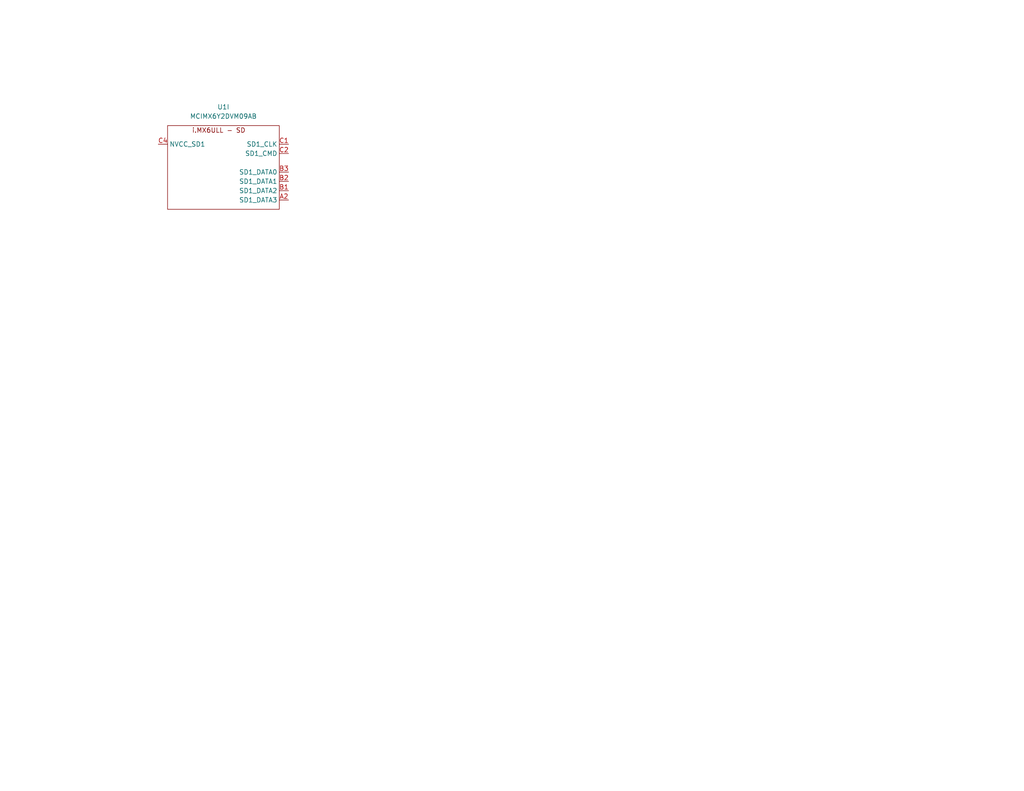
<source format=kicad_sch>
(kicad_sch (version 20211123) (generator eeschema)

  (uuid bd0ebbe9-acbd-4871-b83f-7fc4063dd8ac)

  (paper "USLetter")

  (title_block
    (title "catfood")
    (company "Ian Kilgore")
  )

  (lib_symbols
    (symbol "catfood:MCIMX6YxxVMxxxx" (in_bom yes) (on_board yes)
      (property "Reference" "U" (id 0) (at -19.05 27.94 0)
        (effects (font (size 1.27 1.27)))
      )
      (property "Value" "MCIMX6YxxVMxxxx" (id 1) (at 10.16 27.94 0)
        (effects (font (size 1.27 1.27)))
      )
      (property "Footprint" "" (id 2) (at -10.16 19.05 0)
        (effects (font (size 1.27 1.27)) hide)
      )
      (property "Datasheet" "" (id 3) (at -10.16 19.05 0)
        (effects (font (size 1.27 1.27)) hide)
      )
      (property "ki_locked" "" (id 4) (at 0 0 0)
        (effects (font (size 1.27 1.27)))
      )
      (property "ki_description" "NXP i.MX6ULL, 14x14mm 0.8mm-pitch BGA" (id 5) (at 0 0 0)
        (effects (font (size 1.27 1.27)) hide)
      )
      (symbol "MCIMX6YxxVMxxxx_1_0"
        (text "i.MX6ULL - Power" (at -1.27 25.4 0)
          (effects (font (size 1.27 1.27)))
        )
        (pin passive line (at -17.78 -29.21 0) (length 2.54) hide
          (name "VSS" (effects (font (size 1.27 1.27))))
          (number "A1" (effects (font (size 1.27 1.27))))
        )
        (pin passive line (at -17.78 -29.21 0) (length 2.54) hide
          (name "VSS" (effects (font (size 1.27 1.27))))
          (number "A17" (effects (font (size 1.27 1.27))))
        )
        (pin passive line (at -17.78 -29.21 0) (length 2.54)
          (name "VSS" (effects (font (size 1.27 1.27))))
          (number "C11" (effects (font (size 1.27 1.27))))
        )
        (pin passive line (at -17.78 -29.21 0) (length 2.54) hide
          (name "VSS" (effects (font (size 1.27 1.27))))
          (number "C15" (effects (font (size 1.27 1.27))))
        )
        (pin passive line (at -17.78 -29.21 0) (length 2.54) hide
          (name "VSS" (effects (font (size 1.27 1.27))))
          (number "C3" (effects (font (size 1.27 1.27))))
        )
        (pin passive line (at -17.78 -29.21 0) (length 2.54) hide
          (name "VSS" (effects (font (size 1.27 1.27))))
          (number "C7" (effects (font (size 1.27 1.27))))
        )
        (pin passive line (at -17.78 -29.21 0) (length 2.54) hide
          (name "VSS" (effects (font (size 1.27 1.27))))
          (number "E11" (effects (font (size 1.27 1.27))))
        )
        (pin passive line (at -17.78 -29.21 0) (length 2.54) hide
          (name "VSS" (effects (font (size 1.27 1.27))))
          (number "E8" (effects (font (size 1.27 1.27))))
        )
        (pin passive line (at -17.78 -29.21 0) (length 2.54) hide
          (name "VSS" (effects (font (size 1.27 1.27))))
          (number "F10" (effects (font (size 1.27 1.27))))
        )
        (pin passive line (at -17.78 -29.21 0) (length 2.54) hide
          (name "VSS" (effects (font (size 1.27 1.27))))
          (number "F11" (effects (font (size 1.27 1.27))))
        )
        (pin passive line (at -17.78 -29.21 0) (length 2.54) hide
          (name "VSS" (effects (font (size 1.27 1.27))))
          (number "F12" (effects (font (size 1.27 1.27))))
        )
        (pin passive line (at -17.78 -29.21 0) (length 2.54) hide
          (name "VSS" (effects (font (size 1.27 1.27))))
          (number "F6" (effects (font (size 1.27 1.27))))
        )
        (pin passive line (at -17.78 -29.21 0) (length 2.54) hide
          (name "VSS" (effects (font (size 1.27 1.27))))
          (number "F7" (effects (font (size 1.27 1.27))))
        )
        (pin passive line (at -17.78 -29.21 0) (length 2.54) hide
          (name "VSS" (effects (font (size 1.27 1.27))))
          (number "F8" (effects (font (size 1.27 1.27))))
        )
        (pin passive line (at -17.78 -29.21 0) (length 2.54) hide
          (name "VSS" (effects (font (size 1.27 1.27))))
          (number "F9" (effects (font (size 1.27 1.27))))
        )
        (pin passive line (at 17.78 19.05 180) (length 2.54)
          (name "VDD_ARM_CAP" (effects (font (size 1.27 1.27))))
          (number "G10" (effects (font (size 1.27 1.27))))
        )
        (pin passive line (at 17.78 19.05 180) (length 2.54) hide
          (name "VDD_ARM_CAP" (effects (font (size 1.27 1.27))))
          (number "G11" (effects (font (size 1.27 1.27))))
        )
        (pin passive line (at -17.78 -29.21 0) (length 2.54) hide
          (name "VSS" (effects (font (size 1.27 1.27))))
          (number "G12" (effects (font (size 1.27 1.27))))
        )
        (pin passive line (at -17.78 -29.21 0) (length 2.54) hide
          (name "VSS" (effects (font (size 1.27 1.27))))
          (number "G15" (effects (font (size 1.27 1.27))))
        )
        (pin passive line (at -17.78 -29.21 0) (length 2.54) hide
          (name "VSS" (effects (font (size 1.27 1.27))))
          (number "G3" (effects (font (size 1.27 1.27))))
        )
        (pin passive line (at -17.78 -29.21 0) (length 2.54) hide
          (name "VSS" (effects (font (size 1.27 1.27))))
          (number "G5" (effects (font (size 1.27 1.27))))
        )
        (pin passive line (at -17.78 -29.21 0) (length 2.54) hide
          (name "VSS" (effects (font (size 1.27 1.27))))
          (number "G7" (effects (font (size 1.27 1.27))))
        )
        (pin passive line (at 17.78 7.62 180) (length 2.54)
          (name "VDD_SOC_CAP" (effects (font (size 1.27 1.27))))
          (number "G8" (effects (font (size 1.27 1.27))))
        )
        (pin passive line (at 17.78 19.05 180) (length 2.54) hide
          (name "VDD_ARM_CAP" (effects (font (size 1.27 1.27))))
          (number "G9" (effects (font (size 1.27 1.27))))
        )
        (pin power_in line (at -17.78 19.05 0) (length 2.54)
          (name "VDD_SOC_IN" (effects (font (size 1.27 1.27))))
          (number "H10" (effects (font (size 1.27 1.27))))
        )
        (pin passive line (at 17.78 19.05 180) (length 2.54) hide
          (name "VDD_ARM_CAP" (effects (font (size 1.27 1.27))))
          (number "H11" (effects (font (size 1.27 1.27))))
        )
        (pin passive line (at -17.78 -29.21 0) (length 2.54) hide
          (name "VSS" (effects (font (size 1.27 1.27))))
          (number "H12" (effects (font (size 1.27 1.27))))
        )
        (pin passive line (at -17.78 -29.21 0) (length 2.54) hide
          (name "VSS" (effects (font (size 1.27 1.27))))
          (number "H7" (effects (font (size 1.27 1.27))))
        )
        (pin passive line (at 17.78 7.62 180) (length 2.54) hide
          (name "VDD_SOC_CAP" (effects (font (size 1.27 1.27))))
          (number "H8" (effects (font (size 1.27 1.27))))
        )
        (pin passive line (at -17.78 19.05 0) (length 2.54) hide
          (name "VDD_SOC_IN" (effects (font (size 1.27 1.27))))
          (number "H9" (effects (font (size 1.27 1.27))))
        )
        (pin passive line (at -17.78 19.05 0) (length 2.54) hide
          (name "VDD_SOC_IN" (effects (font (size 1.27 1.27))))
          (number "J10" (effects (font (size 1.27 1.27))))
        )
        (pin passive line (at 17.78 7.62 180) (length 2.54) hide
          (name "VDD_SOC_CAP" (effects (font (size 1.27 1.27))))
          (number "J11" (effects (font (size 1.27 1.27))))
        )
        (pin passive line (at -17.78 -29.21 0) (length 2.54) hide
          (name "VSS" (effects (font (size 1.27 1.27))))
          (number "J12" (effects (font (size 1.27 1.27))))
        )
        (pin passive line (at -17.78 -29.21 0) (length 2.54) hide
          (name "VSS" (effects (font (size 1.27 1.27))))
          (number "J5" (effects (font (size 1.27 1.27))))
        )
        (pin passive line (at -17.78 -29.21 0) (length 2.54) hide
          (name "VSS" (effects (font (size 1.27 1.27))))
          (number "J7" (effects (font (size 1.27 1.27))))
        )
        (pin passive line (at 17.78 7.62 180) (length 2.54) hide
          (name "VDD_SOC_CAP" (effects (font (size 1.27 1.27))))
          (number "J8" (effects (font (size 1.27 1.27))))
        )
        (pin passive line (at -17.78 19.05 0) (length 2.54) hide
          (name "VDD_SOC_IN" (effects (font (size 1.27 1.27))))
          (number "J9" (effects (font (size 1.27 1.27))))
        )
        (pin passive line (at -17.78 19.05 0) (length 2.54) hide
          (name "VDD_SOC_IN" (effects (font (size 1.27 1.27))))
          (number "K10" (effects (font (size 1.27 1.27))))
        )
        (pin passive line (at 17.78 7.62 180) (length 2.54) hide
          (name "VDD_SOC_CAP" (effects (font (size 1.27 1.27))))
          (number "K11" (effects (font (size 1.27 1.27))))
        )
        (pin passive line (at -17.78 -29.21 0) (length 2.54) hide
          (name "VSS" (effects (font (size 1.27 1.27))))
          (number "K12" (effects (font (size 1.27 1.27))))
        )
        (pin passive line (at -17.78 -29.21 0) (length 2.54) hide
          (name "VSS" (effects (font (size 1.27 1.27))))
          (number "K7" (effects (font (size 1.27 1.27))))
        )
        (pin passive line (at 17.78 7.62 180) (length 2.54) hide
          (name "VDD_SOC_CAP" (effects (font (size 1.27 1.27))))
          (number "K8" (effects (font (size 1.27 1.27))))
        )
        (pin passive line (at -17.78 19.05 0) (length 2.54) hide
          (name "VDD_SOC_IN" (effects (font (size 1.27 1.27))))
          (number "K9" (effects (font (size 1.27 1.27))))
        )
        (pin passive line (at 17.78 7.62 180) (length 2.54) hide
          (name "VDD_SOC_CAP" (effects (font (size 1.27 1.27))))
          (number "L10" (effects (font (size 1.27 1.27))))
        )
        (pin passive line (at 17.78 7.62 180) (length 2.54) hide
          (name "VDD_SOC_CAP" (effects (font (size 1.27 1.27))))
          (number "L11" (effects (font (size 1.27 1.27))))
        )
        (pin passive line (at -17.78 -29.21 0) (length 2.54) hide
          (name "VSS" (effects (font (size 1.27 1.27))))
          (number "L12" (effects (font (size 1.27 1.27))))
        )
        (pin passive line (at -17.78 -29.21 0) (length 2.54) hide
          (name "VSS" (effects (font (size 1.27 1.27))))
          (number "L3" (effects (font (size 1.27 1.27))))
        )
        (pin passive line (at -17.78 -29.21 0) (length 2.54) hide
          (name "VSS" (effects (font (size 1.27 1.27))))
          (number "L7" (effects (font (size 1.27 1.27))))
        )
        (pin passive line (at 17.78 7.62 180) (length 2.54) hide
          (name "VDD_SOC_CAP" (effects (font (size 1.27 1.27))))
          (number "L8" (effects (font (size 1.27 1.27))))
        )
        (pin passive line (at 17.78 7.62 180) (length 2.54) hide
          (name "VDD_SOC_CAP" (effects (font (size 1.27 1.27))))
          (number "L9" (effects (font (size 1.27 1.27))))
        )
        (pin passive line (at -17.78 -29.21 0) (length 2.54) hide
          (name "VSS" (effects (font (size 1.27 1.27))))
          (number "M10" (effects (font (size 1.27 1.27))))
        )
        (pin passive line (at -17.78 -29.21 0) (length 2.54) hide
          (name "VSS" (effects (font (size 1.27 1.27))))
          (number "M11" (effects (font (size 1.27 1.27))))
        )
        (pin power_in line (at -17.78 -26.67 0) (length 2.54)
          (name "NGND_KEL0" (effects (font (size 1.27 1.27))))
          (number "M12" (effects (font (size 1.27 1.27))))
        )
        (pin passive line (at -17.78 -29.21 0) (length 2.54) hide
          (name "VSS" (effects (font (size 1.27 1.27))))
          (number "M7" (effects (font (size 1.27 1.27))))
        )
        (pin passive line (at -17.78 -29.21 0) (length 2.54) hide
          (name "VSS" (effects (font (size 1.27 1.27))))
          (number "M8" (effects (font (size 1.27 1.27))))
        )
        (pin passive line (at -17.78 -29.21 0) (length 2.54) hide
          (name "VSS" (effects (font (size 1.27 1.27))))
          (number "M9" (effects (font (size 1.27 1.27))))
        )
        (pin power_in line (at -17.78 1.27 0) (length 2.54)
          (name "VDD_HIGH_IN" (effects (font (size 1.27 1.27))))
          (number "N13" (effects (font (size 1.27 1.27))))
        )
        (pin passive line (at -17.78 -29.21 0) (length 2.54) hide
          (name "VSS" (effects (font (size 1.27 1.27))))
          (number "N3" (effects (font (size 1.27 1.27))))
        )
        (pin passive line (at -17.78 -29.21 0) (length 2.54) hide
          (name "VSS" (effects (font (size 1.27 1.27))))
          (number "N5" (effects (font (size 1.27 1.27))))
        )
        (pin power_in line (at -17.78 -13.97 0) (length 2.54)
          (name "VDD_SNVS_IN" (effects (font (size 1.27 1.27))))
          (number "P12" (effects (font (size 1.27 1.27))))
        )
        (pin passive line (at -17.78 -29.21 0) (length 2.54) hide
          (name "VSS" (effects (font (size 1.27 1.27))))
          (number "R11" (effects (font (size 1.27 1.27))))
        )
        (pin passive line (at 17.78 -3.81 180) (length 2.54)
          (name "VDD_HIGH_CAP" (effects (font (size 1.27 1.27))))
          (number "R14" (effects (font (size 1.27 1.27))))
        )
        (pin passive line (at 17.78 -3.81 180) (length 2.54) hide
          (name "VDD_HIGH_CAP" (effects (font (size 1.27 1.27))))
          (number "R15" (effects (font (size 1.27 1.27))))
        )
        (pin passive line (at -17.78 -29.21 0) (length 2.54) hide
          (name "VSS" (effects (font (size 1.27 1.27))))
          (number "R16" (effects (font (size 1.27 1.27))))
        )
        (pin passive line (at -17.78 -29.21 0) (length 2.54) hide
          (name "VSS" (effects (font (size 1.27 1.27))))
          (number "R17" (effects (font (size 1.27 1.27))))
        )
        (pin passive line (at -17.78 -29.21 0) (length 2.54) hide
          (name "VSS" (effects (font (size 1.27 1.27))))
          (number "R3" (effects (font (size 1.27 1.27))))
        )
        (pin passive line (at -17.78 -29.21 0) (length 2.54) hide
          (name "VSS" (effects (font (size 1.27 1.27))))
          (number "R5" (effects (font (size 1.27 1.27))))
        )
        (pin passive line (at -17.78 -29.21 0) (length 2.54) hide
          (name "VSS" (effects (font (size 1.27 1.27))))
          (number "R7" (effects (font (size 1.27 1.27))))
        )
        (pin passive line (at -17.78 -29.21 0) (length 2.54) hide
          (name "VSS" (effects (font (size 1.27 1.27))))
          (number "T14" (effects (font (size 1.27 1.27))))
        )
        (pin passive line (at -17.78 -29.21 0) (length 2.54) hide
          (name "VSS" (effects (font (size 1.27 1.27))))
          (number "U1" (effects (font (size 1.27 1.27))))
        )
        (pin passive line (at -17.78 -29.21 0) (length 2.54) hide
          (name "VSS" (effects (font (size 1.27 1.27))))
          (number "U14" (effects (font (size 1.27 1.27))))
        )
        (pin passive line (at -17.78 -29.21 0) (length 2.54) hide
          (name "VSS" (effects (font (size 1.27 1.27))))
          (number "U17" (effects (font (size 1.27 1.27))))
        )
      )
      (symbol "MCIMX6YxxVMxxxx_1_1"
        (rectangle (start -15.24 26.67) (end 15.24 -31.75)
          (stroke (width 0) (type default) (color 0 0 0 0))
          (fill (type none))
        )
      )
      (symbol "MCIMX6YxxVMxxxx_2_0"
        (rectangle (start -20.32 25.4) (end 15.24 -60.96)
          (stroke (width 0) (type default) (color 0 0 0 0))
          (fill (type none))
        )
        (text "i.MX6ULL - Control" (at -3.81 24.13 0)
          (effects (font (size 1.27 1.27)))
        )
        (pin output line (at 17.78 -55.88 180) (length 2.54)
          (name "UART5_TX_DATA" (effects (font (size 1.27 1.27))))
          (number "F17" (effects (font (size 1.27 1.27))))
        )
        (pin input line (at 17.78 -58.42 180) (length 2.54)
          (name "UART5_RX_DATA" (effects (font (size 1.27 1.27))))
          (number "G13" (effects (font (size 1.27 1.27))))
        )
        (pin input line (at 17.78 -40.64 180) (length 2.54)
          (name "~{UART3_RTS}" (effects (font (size 1.27 1.27))))
          (number "G14" (effects (font (size 1.27 1.27))))
        )
        (pin input line (at 17.78 -50.8 180) (length 2.54)
          (name "UART4_RX_DATA" (effects (font (size 1.27 1.27))))
          (number "G16" (effects (font (size 1.27 1.27))))
        )
        (pin output line (at 17.78 -48.26 180) (length 2.54)
          (name "UART4_TX_DATA" (effects (font (size 1.27 1.27))))
          (number "G17" (effects (font (size 1.27 1.27))))
        )
        (pin passive line (at 17.78 -5.08 180) (length 2.54)
          (name "NVCC_UART" (effects (font (size 1.27 1.27))))
          (number "H13" (effects (font (size 1.27 1.27))))
        )
        (pin input line (at 17.78 -27.94 180) (length 2.54)
          (name "~{UART2_RTS}" (effects (font (size 1.27 1.27))))
          (number "H14" (effects (font (size 1.27 1.27))))
        )
        (pin output line (at 17.78 -43.18 180) (length 2.54)
          (name "~{UART3_CTS}" (effects (font (size 1.27 1.27))))
          (number "H15" (effects (font (size 1.27 1.27))))
        )
        (pin input line (at 17.78 -38.1 180) (length 2.54)
          (name "UART3_RX_DATA" (effects (font (size 1.27 1.27))))
          (number "H16" (effects (font (size 1.27 1.27))))
        )
        (pin output line (at 17.78 -35.56 180) (length 2.54)
          (name "UART3_TX_DATA" (effects (font (size 1.27 1.27))))
          (number "H17" (effects (font (size 1.27 1.27))))
        )
        (pin input line (at 17.78 -15.24 180) (length 2.54)
          (name "~{UART1_RTS}" (effects (font (size 1.27 1.27))))
          (number "J14" (effects (font (size 1.27 1.27))))
        )
        (pin output line (at 17.78 -30.48 180) (length 2.54)
          (name "~{UART2_CTS}" (effects (font (size 1.27 1.27))))
          (number "J15" (effects (font (size 1.27 1.27))))
        )
        (pin input line (at 17.78 -25.4 180) (length 2.54)
          (name "UART2_RX_DATA" (effects (font (size 1.27 1.27))))
          (number "J16" (effects (font (size 1.27 1.27))))
        )
        (pin output line (at 17.78 -22.86 180) (length 2.54)
          (name "UART2_TX_DATA" (effects (font (size 1.27 1.27))))
          (number "J17" (effects (font (size 1.27 1.27))))
        )
        (pin output line (at 17.78 -10.16 180) (length 2.54)
          (name "UART1_TX_DATA" (effects (font (size 1.27 1.27))))
          (number "K14" (effects (font (size 1.27 1.27))))
        )
        (pin output line (at 17.78 -17.78 180) (length 2.54)
          (name "~{UART1_CTS}" (effects (font (size 1.27 1.27))))
          (number "K15" (effects (font (size 1.27 1.27))))
        )
        (pin input line (at 17.78 -12.7 180) (length 2.54)
          (name "UART1_RX_DATA" (effects (font (size 1.27 1.27))))
          (number "K16" (effects (font (size 1.27 1.27))))
        )
        (pin passive line (at 17.78 22.86 180) (length 2.54)
          (name "JTAG_TCK" (effects (font (size 1.27 1.27))))
          (number "M14" (effects (font (size 1.27 1.27))))
        )
        (pin passive line (at -22.86 -15.24 0) (length 2.54)
          (name "SNVS_TAMPER7" (effects (font (size 1.27 1.27))))
          (number "N10" (effects (font (size 1.27 1.27))))
        )
        (pin passive line (at -22.86 -12.7 0) (length 2.54)
          (name "SNVS_TAMPER6" (effects (font (size 1.27 1.27))))
          (number "N11" (effects (font (size 1.27 1.27))))
        )
        (pin passive line (at 17.78 12.7 180) (length 2.54)
          (name "~{JTAG_TRST}" (effects (font (size 1.27 1.27))))
          (number "N14" (effects (font (size 1.27 1.27))))
        )
        (pin passive line (at 17.78 15.24 180) (length 2.54)
          (name "JTAG_TDO" (effects (font (size 1.27 1.27))))
          (number "N15" (effects (font (size 1.27 1.27))))
        )
        (pin passive line (at 17.78 17.78 180) (length 2.54)
          (name "JTAG_TDI" (effects (font (size 1.27 1.27))))
          (number "N16" (effects (font (size 1.27 1.27))))
        )
        (pin passive line (at -22.86 7.62 0) (length 2.54)
          (name "TEST_MODE" (effects (font (size 1.27 1.27))))
          (number "N7" (effects (font (size 1.27 1.27))))
        )
        (pin passive line (at -22.86 -10.16 0) (length 2.54)
          (name "SNVS_TAMPER5" (effects (font (size 1.27 1.27))))
          (number "N8" (effects (font (size 1.27 1.27))))
        )
        (pin passive line (at -22.86 -17.78 0) (length 2.54)
          (name "SNVS_TAMPER8" (effects (font (size 1.27 1.27))))
          (number "N9" (effects (font (size 1.27 1.27))))
        )
        (pin passive line (at -22.86 -5.08 0) (length 2.54)
          (name "SNVS_TAMPER3" (effects (font (size 1.27 1.27))))
          (number "P10" (effects (font (size 1.27 1.27))))
        )
        (pin passive line (at -22.86 -2.54 0) (length 2.54)
          (name "SNVS_TAMPER2" (effects (font (size 1.27 1.27))))
          (number "P11" (effects (font (size 1.27 1.27))))
        )
        (pin passive line (at 17.78 20.32 180) (length 2.54)
          (name "JTAG_TMS" (effects (font (size 1.27 1.27))))
          (number "P14" (effects (font (size 1.27 1.27))))
        )
        (pin passive line (at 17.78 10.16 180) (length 2.54)
          (name "JTAG_MOD" (effects (font (size 1.27 1.27))))
          (number "P15" (effects (font (size 1.27 1.27))))
        )
        (pin passive line (at 17.78 3.81 180) (length 2.54)
          (name "CCM_CLK1_N" (effects (font (size 1.27 1.27))))
          (number "P16" (effects (font (size 1.27 1.27))))
        )
        (pin passive line (at 17.78 1.27 180) (length 2.54)
          (name "CCM_CLK1_P" (effects (font (size 1.27 1.27))))
          (number "P17" (effects (font (size 1.27 1.27))))
        )
        (pin input line (at -22.86 20.32 0) (length 2.54)
          (name "~{POR}" (effects (font (size 1.27 1.27))))
          (number "P8" (effects (font (size 1.27 1.27))))
        )
        (pin passive line (at -22.86 -7.62 0) (length 2.54)
          (name "SNVS_TAMPER4" (effects (font (size 1.27 1.27))))
          (number "P9" (effects (font (size 1.27 1.27))))
        )
        (pin passive line (at -22.86 2.54 0) (length 2.54)
          (name "SNVS_TAMPER0" (effects (font (size 1.27 1.27))))
          (number "R10" (effects (font (size 1.27 1.27))))
        )
        (pin passive line (at -22.86 -54.61 0) (length 2.54)
          (name "GPANAIO" (effects (font (size 1.27 1.27))))
          (number "R13" (effects (font (size 1.27 1.27))))
        )
        (pin passive line (at -22.86 -20.32 0) (length 2.54)
          (name "SNVS_TAMPER9" (effects (font (size 1.27 1.27))))
          (number "R6" (effects (font (size 1.27 1.27))))
        )
        (pin input line (at -22.86 22.86 0) (length 2.54)
          (name "ONOFF" (effects (font (size 1.27 1.27))))
          (number "R8" (effects (font (size 1.27 1.27))))
        )
        (pin passive line (at -22.86 0 0) (length 2.54)
          (name "SNVS_TAMPER1" (effects (font (size 1.27 1.27))))
          (number "R9" (effects (font (size 1.27 1.27))))
        )
        (pin passive line (at -22.86 12.7 0) (length 2.54)
          (name "BOOT_MODE0" (effects (font (size 1.27 1.27))))
          (number "T10" (effects (font (size 1.27 1.27))))
        )
        (pin passive line (at -22.86 -44.45 0) (length 2.54)
          (name "RTC_XTALI" (effects (font (size 1.27 1.27))))
          (number "T11" (effects (font (size 1.27 1.27))))
        )
        (pin passive line (at -22.86 -36.83 0) (length 2.54)
          (name "XTALI" (effects (font (size 1.27 1.27))))
          (number "T16" (effects (font (size 1.27 1.27))))
        )
        (pin passive line (at -22.86 -39.37 0) (length 2.54)
          (name "XTALO" (effects (font (size 1.27 1.27))))
          (number "T17" (effects (font (size 1.27 1.27))))
        )
        (pin passive line (at -22.86 -29.21 0) (length 2.54)
          (name "SNVS_PMIC_ON_REQ" (effects (font (size 1.27 1.27))))
          (number "T9" (effects (font (size 1.27 1.27))))
        )
        (pin passive line (at -22.86 10.16 0) (length 2.54)
          (name "BOOT_MODE1" (effects (font (size 1.27 1.27))))
          (number "U10" (effects (font (size 1.27 1.27))))
        )
        (pin passive line (at -22.86 -46.99 0) (length 2.54)
          (name "RTC_XTALO" (effects (font (size 1.27 1.27))))
          (number "U11" (effects (font (size 1.27 1.27))))
        )
        (pin passive line (at -22.86 -26.67 0) (length 2.54)
          (name "CCM_PMIC_STBY_REQ" (effects (font (size 1.27 1.27))))
          (number "U9" (effects (font (size 1.27 1.27))))
        )
      )
      (symbol "MCIMX6YxxVMxxxx_3_0"
        (text "i.MX6ULL - DDR" (at -1.27 25.4 0)
          (effects (font (size 1.27 1.27)))
        )
        (pin passive line (at 17.78 -36.83 180) (length 2.54)
          (name "DRAM_ODT1" (effects (font (size 1.27 1.27))))
          (number "F1" (effects (font (size 1.27 1.27))))
        )
        (pin output line (at -17.78 -13.97 0) (length 2.54)
          (name "DRAM_ADDR14" (effects (font (size 1.27 1.27))))
          (number "G1" (effects (font (size 1.27 1.27))))
        )
        (pin output line (at -17.78 6.35 0) (length 2.54)
          (name "DRAM_ADDR06" (effects (font (size 1.27 1.27))))
          (number "G2" (effects (font (size 1.27 1.27))))
        )
        (pin output line (at -17.78 -52.07 0) (length 2.54)
          (name "DRAM_RESET" (effects (font (size 1.27 1.27))))
          (number "G4" (effects (font (size 1.27 1.27))))
        )
        (pin power_in line (at 17.78 -50.8 180) (length 2.54)
          (name "NVCC_DRAM" (effects (font (size 1.27 1.27))))
          (number "G6" (effects (font (size 1.27 1.27))))
        )
        (pin output line (at -17.78 -22.86 0) (length 2.54)
          (name "DRAM_SDBA1" (effects (font (size 1.27 1.27))))
          (number "H1" (effects (font (size 1.27 1.27))))
        )
        (pin output line (at -17.78 19.05 0) (length 2.54)
          (name "DRAM_ADDR01" (effects (font (size 1.27 1.27))))
          (number "H2" (effects (font (size 1.27 1.27))))
        )
        (pin output line (at -17.78 -11.43 0) (length 2.54)
          (name "DRAM_ADDR13" (effects (font (size 1.27 1.27))))
          (number "H3" (effects (font (size 1.27 1.27))))
        )
        (pin output line (at -17.78 3.81 0) (length 2.54)
          (name "DRAM_ADDR07" (effects (font (size 1.27 1.27))))
          (number "H4" (effects (font (size 1.27 1.27))))
        )
        (pin output line (at -17.78 -33.02 0) (length 2.54)
          (name "~{DRAM_CS1}" (effects (font (size 1.27 1.27))))
          (number "H5" (effects (font (size 1.27 1.27))))
        )
        (pin passive line (at 17.78 -50.8 180) (length 2.54) hide
          (name "NVCC_DRAM" (effects (font (size 1.27 1.27))))
          (number "H6" (effects (font (size 1.27 1.27))))
        )
        (pin output line (at -17.78 -41.91 0) (length 2.54)
          (name "~{DRAM_SDWE}" (effects (font (size 1.27 1.27))))
          (number "J1" (effects (font (size 1.27 1.27))))
        )
        (pin output line (at -17.78 -39.37 0) (length 2.54)
          (name "~{DRAM_CAS}" (effects (font (size 1.27 1.27))))
          (number "J2" (effects (font (size 1.27 1.27))))
        )
        (pin passive line (at 17.78 -43.18 180) (length 2.54)
          (name "DRAM_SDCKE1" (effects (font (size 1.27 1.27))))
          (number "J3" (effects (font (size 1.27 1.27))))
        )
        (pin output line (at -17.78 1.27 0) (length 2.54)
          (name "DRAM_ADDR08" (effects (font (size 1.27 1.27))))
          (number "J4" (effects (font (size 1.27 1.27))))
        )
        (pin passive line (at 17.78 -50.8 180) (length 2.54) hide
          (name "NVCC_DRAM" (effects (font (size 1.27 1.27))))
          (number "J6" (effects (font (size 1.27 1.27))))
        )
        (pin output line (at -17.78 16.51 0) (length 2.54)
          (name "DRAM_ADDR02" (effects (font (size 1.27 1.27))))
          (number "K1" (effects (font (size 1.27 1.27))))
        )
        (pin output line (at -17.78 -25.4 0) (length 2.54)
          (name "DRAM_SDBA2" (effects (font (size 1.27 1.27))))
          (number "K2" (effects (font (size 1.27 1.27))))
        )
        (pin output line (at -17.78 -6.35 0) (length 2.54)
          (name "DRAM_ADDR11" (effects (font (size 1.27 1.27))))
          (number "K3" (effects (font (size 1.27 1.27))))
        )
        (pin output line (at -17.78 11.43 0) (length 2.54)
          (name "DRAM_ADDR04" (effects (font (size 1.27 1.27))))
          (number "K4" (effects (font (size 1.27 1.27))))
        )
        (pin output line (at -17.78 -16.51 0) (length 2.54)
          (name "DRAM_ADDR15" (effects (font (size 1.27 1.27))))
          (number "K5" (effects (font (size 1.27 1.27))))
        )
        (pin passive line (at 17.78 -50.8 180) (length 2.54) hide
          (name "NVCC_DRAM" (effects (font (size 1.27 1.27))))
          (number "K6" (effects (font (size 1.27 1.27))))
        )
        (pin output line (at -17.78 8.89 0) (length 2.54)
          (name "DRAM_ADDR05" (effects (font (size 1.27 1.27))))
          (number "L1" (effects (font (size 1.27 1.27))))
        )
        (pin output line (at -17.78 -1.27 0) (length 2.54)
          (name "DRAM_ADDR09" (effects (font (size 1.27 1.27))))
          (number "L2" (effects (font (size 1.27 1.27))))
        )
        (pin output line (at -17.78 -8.89 0) (length 2.54)
          (name "DRAM_ADDR12" (effects (font (size 1.27 1.27))))
          (number "L4" (effects (font (size 1.27 1.27))))
        )
        (pin output line (at -17.78 21.59 0) (length 2.54)
          (name "DRAM_ADDR00" (effects (font (size 1.27 1.27))))
          (number "L5" (effects (font (size 1.27 1.27))))
        )
        (pin passive line (at 17.78 -50.8 180) (length 2.54) hide
          (name "NVCC_DRAM" (effects (font (size 1.27 1.27))))
          (number "L6" (effects (font (size 1.27 1.27))))
        )
        (pin output line (at -17.78 -20.32 0) (length 2.54)
          (name "DRAM_SDBA0" (effects (font (size 1.27 1.27))))
          (number "M1" (effects (font (size 1.27 1.27))))
        )
        (pin output line (at -17.78 13.97 0) (length 2.54)
          (name "DRAM_ADDR03" (effects (font (size 1.27 1.27))))
          (number "M2" (effects (font (size 1.27 1.27))))
        )
        (pin passive line (at 17.78 -45.72 180) (length 2.54)
          (name "DRAM_SDCKE0" (effects (font (size 1.27 1.27))))
          (number "M3" (effects (font (size 1.27 1.27))))
        )
        (pin output line (at -17.78 -3.81 0) (length 2.54)
          (name "DRAM_ADDR10" (effects (font (size 1.27 1.27))))
          (number "M4" (effects (font (size 1.27 1.27))))
        )
        (pin output line (at -17.78 -36.83 0) (length 2.54)
          (name "~{DRAM_RAS}" (effects (font (size 1.27 1.27))))
          (number "M5" (effects (font (size 1.27 1.27))))
        )
        (pin passive line (at 17.78 -50.8 180) (length 2.54) hide
          (name "NVCC_DRAM" (effects (font (size 1.27 1.27))))
          (number "M6" (effects (font (size 1.27 1.27))))
        )
        (pin passive line (at 17.78 -39.37 180) (length 2.54)
          (name "DRAM_ODT0" (effects (font (size 1.27 1.27))))
          (number "N1" (effects (font (size 1.27 1.27))))
        )
        (pin output line (at -17.78 -30.48 0) (length 2.54)
          (name "~{DRAM_CS0}" (effects (font (size 1.27 1.27))))
          (number "N2" (effects (font (size 1.27 1.27))))
        )
        (pin output line (at -17.78 -54.61 0) (length 2.54)
          (name "DRAM_ZQPAD" (effects (font (size 1.27 1.27))))
          (number "N4" (effects (font (size 1.27 1.27))))
        )
        (pin power_in line (at -17.78 -59.69 0) (length 2.54)
          (name "NVCC_DRAM_2P5" (effects (font (size 1.27 1.27))))
          (number "N6" (effects (font (size 1.27 1.27))))
        )
        (pin output line (at -17.78 -45.72 0) (length 2.54)
          (name "DRAM_SDCLK0_P" (effects (font (size 1.27 1.27))))
          (number "P1" (effects (font (size 1.27 1.27))))
        )
        (pin output line (at -17.78 -48.26 0) (length 2.54)
          (name "DRAM_SDCLK0_N" (effects (font (size 1.27 1.27))))
          (number "P2" (effects (font (size 1.27 1.27))))
        )
        (pin bidirectional line (at 17.78 -20.32 180) (length 2.54)
          (name "DRAM_DATA13" (effects (font (size 1.27 1.27))))
          (number "P3" (effects (font (size 1.27 1.27))))
        )
        (pin passive line (at -17.78 -62.23 0) (length 2.54)
          (name "DRAM_VREF" (effects (font (size 1.27 1.27))))
          (number "P4" (effects (font (size 1.27 1.27))))
        )
        (pin bidirectional line (at 17.78 -17.78 180) (length 2.54)
          (name "DRAM_DATA12" (effects (font (size 1.27 1.27))))
          (number "P5" (effects (font (size 1.27 1.27))))
        )
        (pin bidirectional line (at 17.78 1.27 180) (length 2.54)
          (name "DRAM_SDQS0_P" (effects (font (size 1.27 1.27))))
          (number "P6" (effects (font (size 1.27 1.27))))
        )
        (pin bidirectional line (at 17.78 -1.27 180) (length 2.54)
          (name "DRAM_SDQS0_N" (effects (font (size 1.27 1.27))))
          (number "P7" (effects (font (size 1.27 1.27))))
        )
        (pin bidirectional line (at 17.78 -25.4 180) (length 2.54)
          (name "DRAM_DATA15" (effects (font (size 1.27 1.27))))
          (number "R1" (effects (font (size 1.27 1.27))))
        )
        (pin bidirectional line (at 17.78 -22.86 180) (length 2.54)
          (name "DRAM_DATA14" (effects (font (size 1.27 1.27))))
          (number "R2" (effects (font (size 1.27 1.27))))
        )
        (pin bidirectional line (at 17.78 -15.24 180) (length 2.54)
          (name "DRAM_DATA11" (effects (font (size 1.27 1.27))))
          (number "R4" (effects (font (size 1.27 1.27))))
        )
        (pin bidirectional line (at 17.78 -27.94 180) (length 2.54)
          (name "DRAM_SDQS1_P" (effects (font (size 1.27 1.27))))
          (number "T1" (effects (font (size 1.27 1.27))))
        )
        (pin bidirectional line (at 17.78 -30.48 180) (length 2.54)
          (name "DRAM_SDQS1_N" (effects (font (size 1.27 1.27))))
          (number "T2" (effects (font (size 1.27 1.27))))
        )
        (pin bidirectional line (at 17.78 -33.02 180) (length 2.54)
          (name "DRAM_DQM1" (effects (font (size 1.27 1.27))))
          (number "T3" (effects (font (size 1.27 1.27))))
        )
        (pin bidirectional line (at 17.78 21.59 180) (length 2.54)
          (name "DRAM_DATA00" (effects (font (size 1.27 1.27))))
          (number "T4" (effects (font (size 1.27 1.27))))
        )
        (pin bidirectional line (at 17.78 6.35 180) (length 2.54)
          (name "DRAM_DATA06" (effects (font (size 1.27 1.27))))
          (number "T5" (effects (font (size 1.27 1.27))))
        )
        (pin bidirectional line (at 17.78 16.51 180) (length 2.54)
          (name "DRAM_DATA02" (effects (font (size 1.27 1.27))))
          (number "T6" (effects (font (size 1.27 1.27))))
        )
        (pin bidirectional line (at 17.78 -3.81 180) (length 2.54)
          (name "DRAM_DQM0" (effects (font (size 1.27 1.27))))
          (number "T7" (effects (font (size 1.27 1.27))))
        )
        (pin bidirectional line (at 17.78 8.89 180) (length 2.54)
          (name "DRAM_DATA05" (effects (font (size 1.27 1.27))))
          (number "T8" (effects (font (size 1.27 1.27))))
        )
        (pin bidirectional line (at 17.78 -7.62 180) (length 2.54)
          (name "DRAM_DATA08" (effects (font (size 1.27 1.27))))
          (number "U2" (effects (font (size 1.27 1.27))))
        )
        (pin bidirectional line (at 17.78 -10.16 180) (length 2.54)
          (name "DRAM_DATA09" (effects (font (size 1.27 1.27))))
          (number "U3" (effects (font (size 1.27 1.27))))
        )
        (pin bidirectional line (at 17.78 3.81 180) (length 2.54)
          (name "DRAM_DATA07" (effects (font (size 1.27 1.27))))
          (number "U4" (effects (font (size 1.27 1.27))))
        )
        (pin bidirectional line (at 17.78 -12.7 180) (length 2.54)
          (name "DRAM_DATA10" (effects (font (size 1.27 1.27))))
          (number "U5" (effects (font (size 1.27 1.27))))
        )
        (pin bidirectional line (at 17.78 19.05 180) (length 2.54)
          (name "DRAM_DATA01" (effects (font (size 1.27 1.27))))
          (number "U6" (effects (font (size 1.27 1.27))))
        )
        (pin bidirectional line (at 17.78 13.97 180) (length 2.54)
          (name "DRAM_DATA03" (effects (font (size 1.27 1.27))))
          (number "U7" (effects (font (size 1.27 1.27))))
        )
        (pin bidirectional line (at 17.78 11.43 180) (length 2.54)
          (name "DRAM_DATA04" (effects (font (size 1.27 1.27))))
          (number "U8" (effects (font (size 1.27 1.27))))
        )
      )
      (symbol "MCIMX6YxxVMxxxx_3_1"
        (rectangle (start -15.24 26.67) (end 15.24 -64.77)
          (stroke (width 0) (type default) (color 0 0 0 0))
          (fill (type none))
        )
      )
      (symbol "MCIMX6YxxVMxxxx_4_0"
        (text "i.MX6ULL - LCD" (at -1.27 25.4 0)
          (effects (font (size 1.27 1.27)))
        )
        (pin output line (at 17.78 6.35 180) (length 2.54)
          (name "LCD_DATA06" (effects (font (size 1.27 1.27))))
          (number "A10" (effects (font (size 1.27 1.27))))
        )
        (pin output line (at 17.78 -1.27 180) (length 2.54)
          (name "LCD_DATA09" (effects (font (size 1.27 1.27))))
          (number "A11" (effects (font (size 1.27 1.27))))
        )
        (pin output line (at 17.78 -13.97 180) (length 2.54)
          (name "LCD_DATA14" (effects (font (size 1.27 1.27))))
          (number "A12" (effects (font (size 1.27 1.27))))
        )
        (pin output line (at 17.78 -24.13 180) (length 2.54)
          (name "LCD_DATA18" (effects (font (size 1.27 1.27))))
          (number "A13" (effects (font (size 1.27 1.27))))
        )
        (pin output line (at 17.78 -34.29 180) (length 2.54)
          (name "LCD_DATA22" (effects (font (size 1.27 1.27))))
          (number "A14" (effects (font (size 1.27 1.27))))
        )
        (pin output line (at -17.78 15.24 0) (length 2.54)
          (name "LCD_CLK" (effects (font (size 1.27 1.27))))
          (number "A8" (effects (font (size 1.27 1.27))))
        )
        (pin output line (at 17.78 19.05 180) (length 2.54)
          (name "LCD_DATA01" (effects (font (size 1.27 1.27))))
          (number "A9" (effects (font (size 1.27 1.27))))
        )
        (pin output line (at 17.78 8.89 180) (length 2.54)
          (name "LCD_DATA05" (effects (font (size 1.27 1.27))))
          (number "B10" (effects (font (size 1.27 1.27))))
        )
        (pin output line (at 17.78 1.27 180) (length 2.54)
          (name "LCD_DATA08" (effects (font (size 1.27 1.27))))
          (number "B11" (effects (font (size 1.27 1.27))))
        )
        (pin output line (at 17.78 -11.43 180) (length 2.54)
          (name "LCD_DATA13" (effects (font (size 1.27 1.27))))
          (number "B12" (effects (font (size 1.27 1.27))))
        )
        (pin output line (at 17.78 -21.59 180) (length 2.54)
          (name "LCD_DATA17" (effects (font (size 1.27 1.27))))
          (number "B13" (effects (font (size 1.27 1.27))))
        )
        (pin output line (at 17.78 -31.75 180) (length 2.54)
          (name "LCD_DATA21" (effects (font (size 1.27 1.27))))
          (number "B14" (effects (font (size 1.27 1.27))))
        )
        (pin output line (at 17.78 -36.83 180) (length 2.54)
          (name "LCD_DATA23" (effects (font (size 1.27 1.27))))
          (number "B16" (effects (font (size 1.27 1.27))))
        )
        (pin output line (at -17.78 12.7 0) (length 2.54)
          (name "LCD_ENABLE" (effects (font (size 1.27 1.27))))
          (number "B8" (effects (font (size 1.27 1.27))))
        )
        (pin output line (at 17.78 21.59 180) (length 2.54)
          (name "LCD_DATA00" (effects (font (size 1.27 1.27))))
          (number "B9" (effects (font (size 1.27 1.27))))
        )
        (pin output line (at 17.78 11.43 180) (length 2.54)
          (name "LCD_DATA04" (effects (font (size 1.27 1.27))))
          (number "C10" (effects (font (size 1.27 1.27))))
        )
        (pin output line (at 17.78 -8.89 180) (length 2.54)
          (name "LCD_DATA12" (effects (font (size 1.27 1.27))))
          (number "C12" (effects (font (size 1.27 1.27))))
        )
        (pin output line (at 17.78 -19.05 180) (length 2.54)
          (name "LCD_DATA16" (effects (font (size 1.27 1.27))))
          (number "C13" (effects (font (size 1.27 1.27))))
        )
        (pin output line (at 17.78 -29.21 180) (length 2.54)
          (name "LCD_DATA20" (effects (font (size 1.27 1.27))))
          (number "C14" (effects (font (size 1.27 1.27))))
        )
        (pin output line (at -17.78 7.62 0) (length 2.54)
          (name "LCD_VSYNC" (effects (font (size 1.27 1.27))))
          (number "C9" (effects (font (size 1.27 1.27))))
        )
        (pin output line (at 17.78 13.97 180) (length 2.54)
          (name "LCD_DATA03" (effects (font (size 1.27 1.27))))
          (number "D10" (effects (font (size 1.27 1.27))))
        )
        (pin output line (at 17.78 3.81 180) (length 2.54)
          (name "LCD_DATA07" (effects (font (size 1.27 1.27))))
          (number "D11" (effects (font (size 1.27 1.27))))
        )
        (pin output line (at 17.78 -6.35 180) (length 2.54)
          (name "LCD_DATA11" (effects (font (size 1.27 1.27))))
          (number "D12" (effects (font (size 1.27 1.27))))
        )
        (pin output line (at 17.78 -16.51 180) (length 2.54)
          (name "LCD_DATA15" (effects (font (size 1.27 1.27))))
          (number "D13" (effects (font (size 1.27 1.27))))
        )
        (pin output line (at 17.78 -26.67 180) (length 2.54)
          (name "LCD_DATA19" (effects (font (size 1.27 1.27))))
          (number "D14" (effects (font (size 1.27 1.27))))
        )
        (pin output line (at -17.78 10.16 0) (length 2.54)
          (name "LCD_HSYNC" (effects (font (size 1.27 1.27))))
          (number "D9" (effects (font (size 1.27 1.27))))
        )
        (pin output line (at 17.78 16.51 180) (length 2.54)
          (name "LCD_DATA02" (effects (font (size 1.27 1.27))))
          (number "E10" (effects (font (size 1.27 1.27))))
        )
        (pin output line (at 17.78 -3.81 180) (length 2.54)
          (name "LCD_DATA10" (effects (font (size 1.27 1.27))))
          (number "E12" (effects (font (size 1.27 1.27))))
        )
        (pin power_in line (at -17.78 21.59 0) (length 2.54)
          (name "NVCC_LCD" (effects (font (size 1.27 1.27))))
          (number "E13" (effects (font (size 1.27 1.27))))
        )
        (pin output line (at -17.78 5.08 0) (length 2.54)
          (name "LCD_RESET" (effects (font (size 1.27 1.27))))
          (number "E9" (effects (font (size 1.27 1.27))))
        )
      )
      (symbol "MCIMX6YxxVMxxxx_4_1"
        (rectangle (start -15.24 26.67) (end 15.24 -39.37)
          (stroke (width 0) (type default) (color 0 0 0 0))
          (fill (type none))
        )
      )
      (symbol "MCIMX6YxxVMxxxx_5_0"
        (text "i.MX6ULL - CSI" (at -1.27 25.4 0)
          (effects (font (size 1.27 1.27)))
        )
        (pin bidirectional line (at 17.78 -8.89 180) (length 2.54)
          (name "CSI_DATA07" (effects (font (size 1.27 1.27))))
          (number "D1" (effects (font (size 1.27 1.27))))
        )
        (pin bidirectional line (at 17.78 -6.35 180) (length 2.54)
          (name "CSI_DATA06" (effects (font (size 1.27 1.27))))
          (number "D2" (effects (font (size 1.27 1.27))))
        )
        (pin bidirectional line (at 17.78 -3.81 180) (length 2.54)
          (name "CSI_DATA05" (effects (font (size 1.27 1.27))))
          (number "D3" (effects (font (size 1.27 1.27))))
        )
        (pin bidirectional line (at 17.78 -1.27 180) (length 2.54)
          (name "CSI_DATA04" (effects (font (size 1.27 1.27))))
          (number "D4" (effects (font (size 1.27 1.27))))
        )
        (pin bidirectional line (at 17.78 1.27 180) (length 2.54)
          (name "CSI_DATA03" (effects (font (size 1.27 1.27))))
          (number "E1" (effects (font (size 1.27 1.27))))
        )
        (pin bidirectional line (at 17.78 3.81 180) (length 2.54)
          (name "CSI_DATA02" (effects (font (size 1.27 1.27))))
          (number "E2" (effects (font (size 1.27 1.27))))
        )
        (pin bidirectional line (at 17.78 6.35 180) (length 2.54)
          (name "CSI_DATA01" (effects (font (size 1.27 1.27))))
          (number "E3" (effects (font (size 1.27 1.27))))
        )
        (pin bidirectional line (at 17.78 8.89 180) (length 2.54)
          (name "CSI_DATA00" (effects (font (size 1.27 1.27))))
          (number "E4" (effects (font (size 1.27 1.27))))
        )
        (pin bidirectional line (at 17.78 19.05 180) (length 2.54)
          (name "CSI_PIXCLK" (effects (font (size 1.27 1.27))))
          (number "E5" (effects (font (size 1.27 1.27))))
        )
        (pin bidirectional line (at 17.78 15.24 180) (length 2.54)
          (name "CSI_VSYNC" (effects (font (size 1.27 1.27))))
          (number "F2" (effects (font (size 1.27 1.27))))
        )
        (pin bidirectional line (at 17.78 12.7 180) (length 2.54)
          (name "CSI_HSYNC" (effects (font (size 1.27 1.27))))
          (number "F3" (effects (font (size 1.27 1.27))))
        )
        (pin power_in line (at -17.78 21.59 0) (length 2.54)
          (name "NVCC_CSI" (effects (font (size 1.27 1.27))))
          (number "F4" (effects (font (size 1.27 1.27))))
        )
        (pin bidirectional line (at 17.78 21.59 180) (length 2.54)
          (name "CSI_MCLK" (effects (font (size 1.27 1.27))))
          (number "F5" (effects (font (size 1.27 1.27))))
        )
      )
      (symbol "MCIMX6YxxVMxxxx_5_1"
        (rectangle (start -15.24 26.67) (end 15.24 -11.43)
          (stroke (width 0) (type default) (color 0 0 0 0))
          (fill (type none))
        )
      )
      (symbol "MCIMX6YxxVMxxxx_6_0"
        (text "i.MX6ULL - USB" (at -1.27 25.4 0)
          (effects (font (size 1.27 1.27)))
        )
        (pin passive line (at 20.32 7.62 180) (length 2.54)
          (name "VDD_USB_CAP" (effects (font (size 1.27 1.27))))
          (number "R12" (effects (font (size 1.27 1.27))))
        )
        (pin power_in line (at -17.78 19.05 0) (length 2.54)
          (name "USB_OTG1_VBUS" (effects (font (size 1.27 1.27))))
          (number "T12" (effects (font (size 1.27 1.27))))
        )
        (pin bidirectional line (at 20.32 1.27 180) (length 2.54)
          (name "USB_OTG2_DN" (effects (font (size 1.27 1.27))))
          (number "T13" (effects (font (size 1.27 1.27))))
        )
        (pin bidirectional line (at 20.32 19.05 180) (length 2.54)
          (name "USB_OTG1_DN" (effects (font (size 1.27 1.27))))
          (number "T15" (effects (font (size 1.27 1.27))))
        )
        (pin power_in line (at -17.78 1.27 0) (length 2.54)
          (name "USB2_OTG2_VBUS" (effects (font (size 1.27 1.27))))
          (number "U12" (effects (font (size 1.27 1.27))))
        )
        (pin bidirectional line (at 20.32 -1.27 180) (length 2.54)
          (name "USB_OTG2_DP" (effects (font (size 1.27 1.27))))
          (number "U13" (effects (font (size 1.27 1.27))))
        )
        (pin bidirectional line (at 20.32 16.51 180) (length 2.54)
          (name "USB_OTG1_DP" (effects (font (size 1.27 1.27))))
          (number "U15" (effects (font (size 1.27 1.27))))
        )
        (pin bidirectional line (at 20.32 13.97 180) (length 2.54)
          (name "~{USB_OTG1_CHD}" (effects (font (size 1.27 1.27))))
          (number "U16" (effects (font (size 1.27 1.27))))
        )
      )
      (symbol "MCIMX6YxxVMxxxx_6_1"
        (rectangle (start -15.24 26.67) (end 17.78 -3.81)
          (stroke (width 0) (type default) (color 0 0 0 0))
          (fill (type none))
        )
      )
      (symbol "MCIMX6YxxVMxxxx_7_0"
        (text "i.MX6ULL - ADC" (at -1.27 25.4 0)
          (effects (font (size 1.27 1.27)))
        )
        (pin power_in line (at -17.78 21.59 0) (length 2.54)
          (name "VDDA_ADC_3P3" (effects (font (size 1.27 1.27))))
          (number "L13" (effects (font (size 1.27 1.27))))
        )
        (pin power_in line (at -17.78 19.05 0) (length 2.54)
          (name "ADC_VREFH" (effects (font (size 1.27 1.27))))
          (number "M13" (effects (font (size 1.27 1.27))))
        )
      )
      (symbol "MCIMX6YxxVMxxxx_7_1"
        (rectangle (start -15.24 26.67) (end 10.16 15.24)
          (stroke (width 0) (type default) (color 0 0 0 0))
          (fill (type none))
        )
      )
      (symbol "MCIMX6YxxVMxxxx_8_0"
        (text "i.MX6ULL - Ethernet" (at -1.27 25.4 0)
          (effects (font (size 1.27 1.27)))
        )
        (pin bidirectional line (at 17.78 -5.08 180) (length 2.54)
          (name "ENET2_TX_DATA0" (effects (font (size 1.27 1.27))))
          (number "A15" (effects (font (size 1.27 1.27))))
        )
        (pin bidirectional line (at 17.78 -7.62 180) (length 2.54)
          (name "ENET2_TX_DATA1" (effects (font (size 1.27 1.27))))
          (number "A16" (effects (font (size 1.27 1.27))))
        )
        (pin bidirectional line (at 17.78 -10.16 180) (length 2.54)
          (name "ENET2_TX_EN" (effects (font (size 1.27 1.27))))
          (number "B15" (effects (font (size 1.27 1.27))))
        )
        (pin bidirectional line (at 17.78 -22.86 180) (length 2.54)
          (name "ENET2_RX_EN" (effects (font (size 1.27 1.27))))
          (number "B17" (effects (font (size 1.27 1.27))))
        )
        (pin bidirectional line (at 17.78 -17.78 180) (length 2.54)
          (name "ENET2_RX_DATA1" (effects (font (size 1.27 1.27))))
          (number "C16" (effects (font (size 1.27 1.27))))
        )
        (pin bidirectional line (at 17.78 -15.24 180) (length 2.54)
          (name "ENET2_RX_DATA0" (effects (font (size 1.27 1.27))))
          (number "C17" (effects (font (size 1.27 1.27))))
        )
        (pin bidirectional line (at 17.78 6.35 180) (length 2.54)
          (name "ENET1_RX_ER" (effects (font (size 1.27 1.27))))
          (number "D15" (effects (font (size 1.27 1.27))))
        )
        (pin bidirectional line (at 17.78 -20.32 180) (length 2.54)
          (name "ENET2_RX_ER" (effects (font (size 1.27 1.27))))
          (number "D16" (effects (font (size 1.27 1.27))))
        )
        (pin bidirectional line (at 17.78 -12.7 180) (length 2.54)
          (name "ENET2_TX_CLK" (effects (font (size 1.27 1.27))))
          (number "D17" (effects (font (size 1.27 1.27))))
        )
        (pin bidirectional line (at 17.78 19.05 180) (length 2.54)
          (name "ENET1_TX_DATA1" (effects (font (size 1.27 1.27))))
          (number "E14" (effects (font (size 1.27 1.27))))
        )
        (pin bidirectional line (at 17.78 21.59 180) (length 2.54)
          (name "ENET1_TX_DATA0" (effects (font (size 1.27 1.27))))
          (number "E15" (effects (font (size 1.27 1.27))))
        )
        (pin bidirectional line (at 17.78 3.81 180) (length 2.54)
          (name "ENET1_RX_EN" (effects (font (size 1.27 1.27))))
          (number "E16" (effects (font (size 1.27 1.27))))
        )
        (pin bidirectional line (at 17.78 8.89 180) (length 2.54)
          (name "ENET1_RX_DATA1" (effects (font (size 1.27 1.27))))
          (number "E17" (effects (font (size 1.27 1.27))))
        )
        (pin power_in line (at -17.78 21.59 0) (length 2.54)
          (name "NVCC_ENET" (effects (font (size 1.27 1.27))))
          (number "F13" (effects (font (size 1.27 1.27))))
        )
        (pin bidirectional line (at 17.78 13.97 180) (length 2.54)
          (name "ENET1_TX_CLK" (effects (font (size 1.27 1.27))))
          (number "F14" (effects (font (size 1.27 1.27))))
        )
        (pin bidirectional line (at 17.78 16.51 180) (length 2.54)
          (name "ENET1_TX_EN" (effects (font (size 1.27 1.27))))
          (number "F15" (effects (font (size 1.27 1.27))))
        )
        (pin bidirectional line (at 17.78 11.43 180) (length 2.54)
          (name "ENET1_RX_DATA0" (effects (font (size 1.27 1.27))))
          (number "F16" (effects (font (size 1.27 1.27))))
        )
      )
      (symbol "MCIMX6YxxVMxxxx_8_1"
        (rectangle (start -15.24 26.67) (end 15.24 -25.4)
          (stroke (width 0) (type default) (color 0 0 0 0))
          (fill (type none))
        )
      )
      (symbol "MCIMX6YxxVMxxxx_9_0"
        (text "i.MX6ULL - SD" (at -1.27 25.4 0)
          (effects (font (size 1.27 1.27)))
        )
        (pin bidirectional line (at 17.78 6.35 180) (length 2.54)
          (name "SD1_DATA3" (effects (font (size 1.27 1.27))))
          (number "A2" (effects (font (size 1.27 1.27))))
        )
        (pin bidirectional line (at 17.78 8.89 180) (length 2.54)
          (name "SD1_DATA2" (effects (font (size 1.27 1.27))))
          (number "B1" (effects (font (size 1.27 1.27))))
        )
        (pin bidirectional line (at 17.78 11.43 180) (length 2.54)
          (name "SD1_DATA1" (effects (font (size 1.27 1.27))))
          (number "B2" (effects (font (size 1.27 1.27))))
        )
        (pin bidirectional line (at 17.78 13.97 180) (length 2.54)
          (name "SD1_DATA0" (effects (font (size 1.27 1.27))))
          (number "B3" (effects (font (size 1.27 1.27))))
        )
        (pin bidirectional line (at 17.78 21.59 180) (length 2.54)
          (name "SD1_CLK" (effects (font (size 1.27 1.27))))
          (number "C1" (effects (font (size 1.27 1.27))))
        )
        (pin bidirectional line (at 17.78 19.05 180) (length 2.54)
          (name "SD1_CMD" (effects (font (size 1.27 1.27))))
          (number "C2" (effects (font (size 1.27 1.27))))
        )
        (pin power_in line (at -17.78 21.59 0) (length 2.54)
          (name "NVCC_SD1" (effects (font (size 1.27 1.27))))
          (number "C4" (effects (font (size 1.27 1.27))))
        )
      )
      (symbol "MCIMX6YxxVMxxxx_9_1"
        (rectangle (start -15.24 26.67) (end 15.24 3.81)
          (stroke (width 0) (type default) (color 0 0 0 0))
          (fill (type none))
        )
      )
      (symbol "MCIMX6YxxVMxxxx_10_0"
        (text "i.MX6ULL - NAND" (at -1.27 25.4 0)
          (effects (font (size 1.27 1.27)))
        )
        (pin bidirectional line (at 17.78 1.27 180) (length 2.54)
          (name "~{NAND_READY}" (effects (font (size 1.27 1.27))))
          (number "A3" (effects (font (size 1.27 1.27))))
        )
        (pin bidirectional line (at 17.78 11.43 180) (length 2.54)
          (name "NAND_CLE" (effects (font (size 1.27 1.27))))
          (number "A4" (effects (font (size 1.27 1.27))))
        )
        (pin bidirectional line (at 17.78 -24.13 180) (length 2.54)
          (name "NAND_DATA07" (effects (font (size 1.27 1.27))))
          (number "A5" (effects (font (size 1.27 1.27))))
        )
        (pin bidirectional line (at 17.78 -21.59 180) (length 2.54)
          (name "NAND_DATA06" (effects (font (size 1.27 1.27))))
          (number "A6" (effects (font (size 1.27 1.27))))
        )
        (pin bidirectional line (at 17.78 -11.43 180) (length 2.54)
          (name "NAND_DATA02" (effects (font (size 1.27 1.27))))
          (number "A7" (effects (font (size 1.27 1.27))))
        )
        (pin bidirectional line (at 17.78 13.97 180) (length 2.54)
          (name "NAND_ALE" (effects (font (size 1.27 1.27))))
          (number "B4" (effects (font (size 1.27 1.27))))
        )
        (pin output line (at 17.78 19.05 180) (length 2.54)
          (name "~{NAND_CE1}" (effects (font (size 1.27 1.27))))
          (number "B5" (effects (font (size 1.27 1.27))))
        )
        (pin bidirectional line (at 17.78 -19.05 180) (length 2.54)
          (name "NAND_DATA05" (effects (font (size 1.27 1.27))))
          (number "B6" (effects (font (size 1.27 1.27))))
        )
        (pin bidirectional line (at 17.78 -8.89 180) (length 2.54)
          (name "NAND_DATA01" (effects (font (size 1.27 1.27))))
          (number "B7" (effects (font (size 1.27 1.27))))
        )
        (pin output line (at 17.78 21.59 180) (length 2.54)
          (name "~{NAND_CE0}" (effects (font (size 1.27 1.27))))
          (number "C5" (effects (font (size 1.27 1.27))))
        )
        (pin bidirectional line (at 17.78 -16.51 180) (length 2.54)
          (name "NAND_DATA04" (effects (font (size 1.27 1.27))))
          (number "C6" (effects (font (size 1.27 1.27))))
        )
        (pin bidirectional line (at 17.78 6.35 180) (length 2.54)
          (name "~{NAND_WE}" (effects (font (size 1.27 1.27))))
          (number "C8" (effects (font (size 1.27 1.27))))
        )
        (pin bidirectional line (at 17.78 3.81 180) (length 2.54)
          (name "~{NAND_WP}" (effects (font (size 1.27 1.27))))
          (number "D5" (effects (font (size 1.27 1.27))))
        )
        (pin bidirectional line (at 17.78 -13.97 180) (length 2.54)
          (name "NAND_DATA03" (effects (font (size 1.27 1.27))))
          (number "D6" (effects (font (size 1.27 1.27))))
        )
        (pin bidirectional line (at 17.78 -6.35 180) (length 2.54)
          (name "NAND_DATA00" (effects (font (size 1.27 1.27))))
          (number "D7" (effects (font (size 1.27 1.27))))
        )
        (pin bidirectional line (at 17.78 8.89 180) (length 2.54)
          (name "~{NAND_RE}" (effects (font (size 1.27 1.27))))
          (number "D8" (effects (font (size 1.27 1.27))))
        )
        (pin bidirectional line (at 17.78 -1.27 180) (length 2.54)
          (name "NAND_DQS" (effects (font (size 1.27 1.27))))
          (number "E6" (effects (font (size 1.27 1.27))))
        )
        (pin power_in line (at -17.78 21.59 0) (length 2.54)
          (name "NVCC_NAND" (effects (font (size 1.27 1.27))))
          (number "E7" (effects (font (size 1.27 1.27))))
        )
      )
      (symbol "MCIMX6YxxVMxxxx_10_1"
        (rectangle (start -15.24 26.67) (end 15.24 -26.67)
          (stroke (width 0) (type default) (color 0 0 0 0))
          (fill (type none))
        )
      )
      (symbol "MCIMX6YxxVMxxxx_11_0"
        (text "i.MX6ULL - GPIO" (at -1.27 25.4 0)
          (effects (font (size 1.27 1.27)))
        )
        (pin power_in line (at -17.78 21.59 0) (length 2.54)
          (name "NVCC_GPIO" (effects (font (size 1.27 1.27))))
          (number "J13" (effects (font (size 1.27 1.27))))
        )
        (pin bidirectional line (at 17.78 21.59 180) (length 2.54)
          (name "GPIO1_IO00" (effects (font (size 1.27 1.27))))
          (number "K13" (effects (font (size 1.27 1.27))))
        )
        (pin bidirectional line (at 17.78 6.35 180) (length 2.54)
          (name "GPIO1_IO06" (effects (font (size 1.27 1.27))))
          (number "K17" (effects (font (size 1.27 1.27))))
        )
        (pin bidirectional line (at 17.78 16.51 180) (length 2.54)
          (name "GPIO1_IO02" (effects (font (size 1.27 1.27))))
          (number "L14" (effects (font (size 1.27 1.27))))
        )
        (pin bidirectional line (at 17.78 19.05 180) (length 2.54)
          (name "GPIO1_IO01" (effects (font (size 1.27 1.27))))
          (number "L15" (effects (font (size 1.27 1.27))))
        )
        (pin bidirectional line (at 17.78 3.81 180) (length 2.54)
          (name "GPOI1_IO07" (effects (font (size 1.27 1.27))))
          (number "L16" (effects (font (size 1.27 1.27))))
        )
        (pin bidirectional line (at 17.78 13.97 180) (length 2.54)
          (name "GPIO1_IO03" (effects (font (size 1.27 1.27))))
          (number "L17" (effects (font (size 1.27 1.27))))
        )
        (pin bidirectional line (at 17.78 -1.27 180) (length 2.54)
          (name "GPIO1_IO09" (effects (font (size 1.27 1.27))))
          (number "M15" (effects (font (size 1.27 1.27))))
        )
        (pin bidirectional line (at 17.78 11.43 180) (length 2.54)
          (name "GPIO1_IO04" (effects (font (size 1.27 1.27))))
          (number "M16" (effects (font (size 1.27 1.27))))
        )
        (pin bidirectional line (at 17.78 8.89 180) (length 2.54)
          (name "GPIO1_IO05" (effects (font (size 1.27 1.27))))
          (number "M17" (effects (font (size 1.27 1.27))))
        )
        (pin bidirectional line (at 17.78 1.27 180) (length 2.54)
          (name "GPIO1_IO08" (effects (font (size 1.27 1.27))))
          (number "N17" (effects (font (size 1.27 1.27))))
        )
      )
      (symbol "MCIMX6YxxVMxxxx_11_1"
        (rectangle (start -15.24 26.67) (end 15.24 -3.81)
          (stroke (width 0) (type default) (color 0 0 0 0))
          (fill (type none))
        )
      )
    )
  )


  (symbol (lib_id "catfood:MCIMX6YxxVMxxxx") (at 60.96 60.96 0) (unit 9)
    (in_bom yes) (on_board yes) (fields_autoplaced)
    (uuid 3c03845e-6e0c-41be-9bcf-762be44e9517)
    (property "Reference" "U1" (id 0) (at 60.96 29.21 0))
    (property "Value" "MCIMX6Y2DVM09AB" (id 1) (at 60.96 31.75 0))
    (property "Footprint" "" (id 2) (at 50.8 41.91 0)
      (effects (font (size 1.27 1.27)) hide)
    )
    (property "Datasheet" "" (id 3) (at 50.8 41.91 0)
      (effects (font (size 1.27 1.27)) hide)
    )
    (property "Manufacturer" "NXP" (id 4) (at 60.96 39.37 0)
      (effects (font (size 1.27 1.27)) hide)
    )
    (property "MfgPartNo" "MCIMX6Y2DVM09AB" (id 5) (at 60.96 41.91 0)
      (effects (font (size 1.27 1.27)) hide)
    )
    (property "Vendor" "Digi-Key" (id 6) (at 60.96 44.45 0)
      (effects (font (size 1.27 1.27)) hide)
    )
    (property "VendorPartNo" "568-14995-ND" (id 7) (at 60.96 46.99 0)
      (effects (font (size 1.27 1.27)) hide)
    )
    (pin "A1" (uuid 728fef4a-7fae-4a76-8c3e-b4c7ad4c4100))
    (pin "A17" (uuid 95f7c1d9-b739-424b-b0ed-974ac985647f))
    (pin "C11" (uuid ca93efc8-b89a-4e69-b927-863b94de54e3))
    (pin "C15" (uuid b334ed77-5e23-45de-b45d-0461957dd424))
    (pin "C3" (uuid b6f68240-c1f6-4349-a605-017f7dc7552f))
    (pin "C7" (uuid bccc59d7-b13a-492b-b966-fea05c036b1b))
    (pin "E11" (uuid a47fb3a6-575f-47bd-ae3d-c07654625a8f))
    (pin "E8" (uuid a701e725-1a7f-412f-957e-950c52820c6b))
    (pin "F10" (uuid cb594bc5-65d4-4f6a-b3b3-e1ad6054736d))
    (pin "F11" (uuid 563736a3-65fa-4f7b-b64f-d29fd090876e))
    (pin "F12" (uuid 838be6fb-62ab-4914-8c43-ca5dcb9861e4))
    (pin "F6" (uuid d82894c8-9792-4785-ad36-507256f656e1))
    (pin "F7" (uuid 9ae3ad16-709f-482a-a1db-e74dbe300231))
    (pin "F8" (uuid 89bb0bc0-600f-48b0-b744-3a7211fbcc88))
    (pin "F9" (uuid 1ba8e235-b83b-4343-8659-10bdba0c2fee))
    (pin "G10" (uuid 4ce4d838-41a7-4c96-a729-b107c123c2d6))
    (pin "G11" (uuid 57153fd6-ae73-4d42-b56d-b0bcc2be1b8d))
    (pin "G12" (uuid c3f49a42-168d-4810-a7c1-740d26eb264a))
    (pin "G15" (uuid 4f1a2761-93a7-45c9-860f-c579a013659a))
    (pin "G3" (uuid 09e3b742-bbaa-4f32-a604-edde6fe0cb43))
    (pin "G5" (uuid a696284a-708f-4ae5-8e26-fa23582d955e))
    (pin "G7" (uuid 3ff7d20d-cfa1-4315-9394-1b46e5867e82))
    (pin "G8" (uuid ffb7ba46-ab1b-4ad8-9c7e-404da332fa80))
    (pin "G9" (uuid d25b85e6-ce56-4c44-b522-959ade2d8d77))
    (pin "H10" (uuid 72ee42b9-84fa-4248-9607-e13c0a5bf92b))
    (pin "H11" (uuid c05a4a62-93b2-4ea8-8cb3-8e3ec35b0e04))
    (pin "H12" (uuid 4c70d908-52b9-4efd-9e2c-0c6894714226))
    (pin "H7" (uuid b8f36691-d3b7-4500-916d-fdb1f3843849))
    (pin "H8" (uuid 418afdb1-4dc0-489e-b30e-f34702ea304b))
    (pin "H9" (uuid d0b74a96-2d4d-4f4d-9953-d8e06ed8eb38))
    (pin "J10" (uuid 6d95a15b-18ad-4fb2-b0c7-f308017d96c9))
    (pin "J11" (uuid 71a457bf-32f6-4853-bd4f-72f05e9e22b0))
    (pin "J12" (uuid 2cb24cee-7fec-40e1-b372-8ee2670191ca))
    (pin "J5" (uuid 36f5059a-29a5-4169-9ede-352ad50d6fcb))
    (pin "J7" (uuid 25d38bdf-9c68-441d-a0c5-8bdef86aab33))
    (pin "J8" (uuid 85bee129-9cd6-4a78-89d6-becb62dcfe74))
    (pin "J9" (uuid 0412f3d3-ccea-4a07-af00-709e6ebb15c6))
    (pin "K10" (uuid 537bd7ed-6088-4a07-96b2-1a8c350786b7))
    (pin "K11" (uuid db16ad9e-55d0-4024-8187-d741beefedb3))
    (pin "K12" (uuid 82223d36-2c7e-4f2f-8dd2-dc418cabf9d6))
    (pin "K7" (uuid 6674206e-f063-4c4b-911c-b5f1e31bab97))
    (pin "K8" (uuid b0bd001e-4d35-4712-8ad6-cad92be46f43))
    (pin "K9" (uuid 115c4da6-a833-4620-a3fd-6cdd6858f7a9))
    (pin "L10" (uuid 99e291ee-c4ab-4d1f-ac60-9b4c17c26dcc))
    (pin "L11" (uuid 55119b12-2207-40d6-9df4-c80a81b0e01c))
    (pin "L12" (uuid 69841ee7-5f96-47fc-aec6-6a9cf898f2e9))
    (pin "L3" (uuid 408439f7-1c19-4801-b084-3276a6863e48))
    (pin "L7" (uuid 8ff6c154-1f37-4064-a7d8-3dd76829dfa3))
    (pin "L8" (uuid 59aeb035-f558-47d0-8543-9bf0f904f793))
    (pin "L9" (uuid ebfa3f13-0aec-4e17-ab55-fcf13a5d0a13))
    (pin "M10" (uuid efe7e2e4-2b10-4ce6-879c-31824fb29c1d))
    (pin "M11" (uuid a1d1170a-2d0d-43e2-a310-cd165b770d2a))
    (pin "M12" (uuid dd7d1f19-059d-47f0-8911-1f6b723e98f4))
    (pin "M7" (uuid a04f8f86-f1d3-4a77-a663-3e91be16faaa))
    (pin "M8" (uuid 6bc03fb2-9c44-4bb8-9083-7d738950b930))
    (pin "M9" (uuid 38c04b28-3723-4ad6-85d9-ca5e174742e8))
    (pin "N13" (uuid fc29efd8-cb29-45c3-904a-37066b4428b3))
    (pin "N3" (uuid 99c3b4c8-610a-4120-bf29-d0f05880814b))
    (pin "N5" (uuid 5830a312-367b-43a1-a707-cb356a383a7c))
    (pin "P12" (uuid fd83f5a1-1763-4f4c-8f57-7b2ded188806))
    (pin "R11" (uuid 110293a2-8c4b-446c-abba-71d226553a99))
    (pin "R14" (uuid 5feb0e0a-e90f-4097-9b1b-88217b213ac4))
    (pin "R15" (uuid 90aab6c6-8a9e-4a56-8422-cf0866168f87))
    (pin "R16" (uuid a125537d-924d-46b9-9107-275d2dfba333))
    (pin "R17" (uuid 6163f720-d146-4bd4-8ed2-342b40b33009))
    (pin "R3" (uuid 198c7e87-28d4-47ca-b017-ecdaf409724b))
    (pin "R5" (uuid 9a95c53c-709b-499b-8ca3-5775c7ca9056))
    (pin "R7" (uuid 04d95c5f-03c0-4a3a-8bb9-24f561cb3e16))
    (pin "T14" (uuid e7803590-e0fd-4e4a-ad97-0dd8e78d3c4f))
    (pin "U1" (uuid ea339085-1b71-494f-9ebe-4ca9d9b70628))
    (pin "U14" (uuid 72e29cbf-db88-4ad7-b11f-ab8911f02661))
    (pin "U17" (uuid 8b336d8b-0414-4d44-b5cf-5761ef1d59da))
    (pin "F17" (uuid b80cba76-7be1-4f4c-8937-00d3f30ddbe0))
    (pin "G13" (uuid 1fccb5b7-8504-4eb7-b3d5-7aec0102eec7))
    (pin "G14" (uuid 993c4ee1-dc41-45f5-8f80-a9858fa1eb9c))
    (pin "G16" (uuid 74ba78d2-59b3-49d0-81b2-0ecc2200fc57))
    (pin "G17" (uuid 6445296c-f3e4-48b5-822d-b2247506d10e))
    (pin "H13" (uuid 38ccb3f6-b08b-42dd-b09d-4af73dcf7b2e))
    (pin "H14" (uuid 804f855b-c42f-4d54-b6f6-68899c43084d))
    (pin "H15" (uuid a9d80fd2-7e84-4b07-bbc7-76bc27673e6d))
    (pin "H16" (uuid d89fcee1-8447-458f-bbf8-529840397492))
    (pin "H17" (uuid 586d6dcb-60bd-4677-8c45-e2a29182e812))
    (pin "J14" (uuid 4a3a99cf-75c2-4308-9bdb-2fadad368a78))
    (pin "J15" (uuid dcc5316a-d9a3-4ed8-b500-983a69fbf3cd))
    (pin "J16" (uuid ba57319f-9c73-4000-a1f6-b44399979923))
    (pin "J17" (uuid f0cc891c-4278-4095-8b5d-ca8d990b0fdb))
    (pin "K14" (uuid 962d63a9-52c8-49f5-827c-aca25b6e10de))
    (pin "K15" (uuid c21d395b-26f2-4195-bcb9-28560d0f5f05))
    (pin "K16" (uuid 8cff7837-c5b8-444d-8efc-7715d0e9cc53))
    (pin "M14" (uuid 9310e9a6-f0de-48bf-a39d-2d9b8b012eca))
    (pin "N10" (uuid f0cf8ab9-761a-4a4d-b7ce-d37981a8ac36))
    (pin "N11" (uuid 6097ba36-3576-46cb-a55d-c29598857cd0))
    (pin "N14" (uuid 0654a83a-3750-40ba-9888-4afc179c6ec4))
    (pin "N15" (uuid ee18df9b-ead6-4f65-930f-3754f3fb1766))
    (pin "N16" (uuid d07da3c3-3bd4-4c4b-ae4e-7b37dad7c509))
    (pin "N7" (uuid 897137b4-ec1a-49eb-8890-980b2688d890))
    (pin "N8" (uuid b2ede45d-5d3d-450b-9d5b-c7f6d80a1a96))
    (pin "N9" (uuid fc4ed72a-186a-4190-9a30-0cb1d63b276f))
    (pin "P10" (uuid 9b36e64c-b2ca-472e-9e3c-cff8f7cf79d9))
    (pin "P11" (uuid 59cf6282-d7f1-4e51-9ec5-bb1668af8938))
    (pin "P14" (uuid 53730638-fc56-4386-88a7-da88bbad8af4))
    (pin "P15" (uuid f3614829-6295-4d80-8460-27d4c3bffaf8))
    (pin "P16" (uuid 36d7c252-b7a7-4e3c-9510-86561ea8c0bf))
    (pin "P17" (uuid edb90a40-d091-46bd-a201-b01e40d62938))
    (pin "P8" (uuid 72e5f151-31c0-4742-b724-e9c69180e930))
    (pin "P9" (uuid 371ddd47-0067-461e-9926-df3bb38ad825))
    (pin "R10" (uuid f278cfbb-6999-4225-8685-d0c351dc10e2))
    (pin "R13" (uuid 4481a292-3335-48f6-9732-28c90802f769))
    (pin "R6" (uuid 840b6b3e-0712-4870-b4b2-f85ee5d7a999))
    (pin "R8" (uuid 6acdc0c9-5ed6-48ce-a067-770ab130c069))
    (pin "R9" (uuid 75bb405f-50a3-4438-9439-306920296f93))
    (pin "T10" (uuid c2393988-58c9-41bd-96da-2f00f1b52472))
    (pin "T11" (uuid 698da8b1-7c68-4b69-a5e6-e63aa7c530d3))
    (pin "T16" (uuid 22bc042c-c899-4a54-8299-1afb3dea0201))
    (pin "T17" (uuid 0266f3e4-5791-424f-ba34-500d67b5f256))
    (pin "T9" (uuid 280be97b-f041-4079-8b38-1ce9be053dbc))
    (pin "U10" (uuid 055a84d9-b779-4d64-869d-a882a4154b5b))
    (pin "U11" (uuid fb230a6d-d1a6-4d4f-b0fd-c9a66a9d8e3b))
    (pin "U9" (uuid c260db8f-a143-4322-a29c-64a465fba06a))
    (pin "F1" (uuid a099e58a-8e52-4640-a46c-bee8038212bd))
    (pin "G1" (uuid 0cb58dfb-f5d2-4d7a-a49d-f34c998b333c))
    (pin "G2" (uuid 031cfe9b-3723-4e34-bb3c-393f0307dc16))
    (pin "G4" (uuid 4444b438-de88-4914-9af3-2e2b83591482))
    (pin "G6" (uuid cfc8affc-b653-4196-9192-86578aca6b22))
    (pin "H1" (uuid 4beef184-209d-472a-aa5a-7dc4eb28f347))
    (pin "H2" (uuid 026050e6-a797-4b03-8e36-dea196ba735a))
    (pin "H3" (uuid ee3a56b3-44c7-4c7d-8b9c-45d8844a3ecc))
    (pin "H4" (uuid 82f95b20-e69f-413d-9b63-f43274e4bf3b))
    (pin "H5" (uuid c461508c-d9a9-4745-9eff-e1209515cbab))
    (pin "H6" (uuid 70cdde9f-53ec-4efd-a24f-da7b9d948481))
    (pin "J1" (uuid e5bd47a7-31f6-4c01-b6b2-47eec8602a25))
    (pin "J2" (uuid a58b0ef1-ef2f-4b14-ae04-c22b939c1212))
    (pin "J3" (uuid a0dcf3b7-e1e3-4126-bd9a-1d6b87d2c1f6))
    (pin "J4" (uuid 68bfbe30-d88f-4ac3-99d8-dbd9451829cd))
    (pin "J6" (uuid 919e7d98-7e77-4ac6-bae1-104824008953))
    (pin "K1" (uuid 4cb81a0e-4d24-4972-aa23-361faaac4d04))
    (pin "K2" (uuid 349a03ca-a826-4273-895f-a9470bf1b785))
    (pin "K3" (uuid db07faa6-0032-4243-8666-a5d249460d0c))
    (pin "K4" (uuid 9da1794d-e9ac-4608-9b97-da298552fcfa))
    (pin "K5" (uuid bb800b2f-f0f4-4327-a04c-b3740de803c2))
    (pin "K6" (uuid b02a6109-95dc-4f98-b15d-20557ea475a9))
    (pin "L1" (uuid 1c1873d6-a63b-4f0a-bc81-3567b1988be2))
    (pin "L2" (uuid 90408b8e-f8e6-4db2-be26-7d57142181c3))
    (pin "L4" (uuid da860060-d236-43ed-bee5-dc6fc6c2a269))
    (pin "L5" (uuid 981f370b-3989-48ed-aa1a-48c860e84140))
    (pin "L6" (uuid c99ebfa1-c6a1-4234-b9fe-061abbd66ecc))
    (pin "M1" (uuid 9846e287-4558-4c7a-b08b-126d140d1038))
    (pin "M2" (uuid 486cb20b-d64f-47d6-9fe8-7a64f2627c96))
    (pin "M3" (uuid 6239600b-2068-4f53-9979-adec8848ea88))
    (pin "M4" (uuid 2ef828ac-3ab6-4f79-b2df-2b473fa152e8))
    (pin "M5" (uuid b3196367-24a3-4787-b7e0-ff06a77f8dfe))
    (pin "M6" (uuid 14e07a69-5acd-48d7-90be-e38500b473ee))
    (pin "N1" (uuid 82b0ee7b-85d5-4849-a264-a52d5332f559))
    (pin "N2" (uuid 47845714-137a-4af2-81bb-91bd0087565b))
    (pin "N4" (uuid 9195847a-0d36-46e5-abd4-4f48f8abca7c))
    (pin "N6" (uuid 40d31e09-7347-4534-9041-1836c062974e))
    (pin "P1" (uuid 49debedd-3c67-44b5-b100-9628b1146014))
    (pin "P2" (uuid 3fddbf69-1929-4699-96cf-1e5b5b362c10))
    (pin "P3" (uuid 0df2266f-9719-4af2-81f1-70ccaf3036de))
    (pin "P4" (uuid 8304e1ce-60b7-4ee1-9e99-82306b2e1910))
    (pin "P5" (uuid fb82ac7c-4f72-4cd6-92e2-168630732f98))
    (pin "P6" (uuid d0a2b02f-5ffa-42b2-8378-ad5f01861487))
    (pin "P7" (uuid dec3205b-11d3-45ad-a1d7-9550b2245458))
    (pin "R1" (uuid 93e8998c-c5b0-4bc9-9547-07fbcc1eb12c))
    (pin "R2" (uuid b3d54d0b-be27-4d3b-9dcc-d9fb78938924))
    (pin "R4" (uuid c4fce390-f94b-4cfe-a068-5c827c1348fc))
    (pin "T1" (uuid a6322a51-fd93-4853-a95b-23837e6eb21e))
    (pin "T2" (uuid 2d224798-290f-4694-9d99-b9196819d422))
    (pin "T3" (uuid f4f50586-69cc-450f-91a5-5abc33c7f0d9))
    (pin "T4" (uuid dc07b6d7-5ffd-4d57-b3f9-24b1538c0544))
    (pin "T5" (uuid 1ba232e8-554c-4595-a9d0-16613908e9fa))
    (pin "T6" (uuid a0dc588f-9fb2-42c6-a0ae-0fe7404bddbe))
    (pin "T7" (uuid 497d589d-ded7-4f56-b996-2b4fe0e7ff56))
    (pin "T8" (uuid b653d2da-a619-4932-ade8-142d2ebe5018))
    (pin "U2" (uuid 61d50c2d-26f4-49c3-bf66-a80cc8299ebd))
    (pin "U3" (uuid 7a629298-3675-4ff1-99d2-4f6eb9fbd82e))
    (pin "U4" (uuid 4d3286b9-008a-4ac8-88e6-e07babef84ba))
    (pin "U5" (uuid cfff57c1-ec0c-4b57-bc1b-77157da88082))
    (pin "U6" (uuid c9708531-5348-4231-97e1-93ebd01b2524))
    (pin "U7" (uuid 1823e430-83ab-4fc7-851a-500f267c69d8))
    (pin "U8" (uuid d63c327a-883c-4ddb-8404-ba4f702e9f07))
    (pin "A10" (uuid 61373547-32e7-463a-a217-56cd1f3ff759))
    (pin "A11" (uuid 22f67c28-aa31-4587-baa1-c9c2faeee278))
    (pin "A12" (uuid d6be3573-3bb2-4dd2-be01-aff955cc5fd8))
    (pin "A13" (uuid b94cfeb9-f8ae-467f-a5b1-64587ad70a65))
    (pin "A14" (uuid 3818c66c-2e6f-4946-a125-94c7865a0fc2))
    (pin "A8" (uuid ae5a6412-b83e-4d64-9536-4ba597d4e0e4))
    (pin "A9" (uuid 6a90e0bd-e809-4990-9e3b-de79a2866fe1))
    (pin "B10" (uuid 4a607225-9ec5-44bc-ba70-32852c73ac99))
    (pin "B11" (uuid 94926019-07bf-4491-9d0a-b5ee8e46aa59))
    (pin "B12" (uuid dad6e239-d7f2-4140-8e9f-200cbea61f31))
    (pin "B13" (uuid 2ecb9355-a094-4670-bc11-5341232d57e6))
    (pin "B14" (uuid 54068a1e-0853-4a60-a3a5-9a0205d5ae05))
    (pin "B16" (uuid 6c366c85-296b-48a7-bcf2-c308f7e8a808))
    (pin "B8" (uuid 4eca5f84-41f0-4311-9eda-da3e5a7b7cfd))
    (pin "B9" (uuid 2ea1f3d6-4cc5-4017-988f-ee8090fb78fa))
    (pin "C10" (uuid b74457c6-8b30-4366-9866-44054fa1d837))
    (pin "C12" (uuid 31f122dc-f7e1-4e40-884f-4e1dccc935f8))
    (pin "C13" (uuid b68fc0dd-40f2-450e-a402-f5fb17d0eccb))
    (pin "C14" (uuid 2bfa825f-fcfb-4084-bd51-19b38b7ca1d1))
    (pin "C9" (uuid f1c97ca3-aa49-4603-ab16-4132d83a6b43))
    (pin "D10" (uuid 01fc2348-fc18-48f4-ba87-213c7d2270a6))
    (pin "D11" (uuid f5388661-e4ee-489f-8a99-f9faa43548ee))
    (pin "D12" (uuid 7296b8ec-4305-4e2f-b50e-8d77c787c003))
    (pin "D13" (uuid c7ce72fb-4d2d-456f-822c-91bc5520d3e2))
    (pin "D14" (uuid 2dbd1dc0-69f1-439e-be00-c1e96ca88e07))
    (pin "D9" (uuid e3e15bf5-4d30-4140-909a-bc4c0d94d1d3))
    (pin "E10" (uuid 9a430e4f-6b04-4d2e-81b8-a5c8831113ca))
    (pin "E12" (uuid b2489286-aaa4-40a9-b8d4-3a3c22006be6))
    (pin "E13" (uuid 297ed189-5d16-4a09-ae0f-02d5505cc349))
    (pin "E9" (uuid 66d70920-1911-4c6d-b4dd-eefa334d5bae))
    (pin "D1" (uuid 7f07ff1c-fc6e-4ade-ad29-b75d462c8a8d))
    (pin "D2" (uuid 8582c027-b961-4320-9791-ae24aa037ea8))
    (pin "D3" (uuid 0be9f17c-5a96-490d-b437-235852b7cd0c))
    (pin "D4" (uuid 77cf32f0-2e96-43ea-8c4a-b8ca1ba259ad))
    (pin "E1" (uuid 56792ae4-c94b-438d-8d57-21b54c5590bc))
    (pin "E2" (uuid 6aa3ad15-386b-4590-9e61-1cab37aa24d8))
    (pin "E3" (uuid 50a5dc3e-36ae-46a3-86a6-384c37b254ef))
    (pin "E4" (uuid dc3e93c7-960d-40aa-9a53-72b9a75c2e26))
    (pin "E5" (uuid 4a4bf039-0862-42f6-8280-1c63c60575bb))
    (pin "F2" (uuid 5046a383-4a28-4f34-a43d-08c76510bed4))
    (pin "F3" (uuid 0ec6b755-9389-472c-a2c2-b2759b3ecb8f))
    (pin "F4" (uuid f90e0d66-07ac-41bd-8500-6aeef35dda22))
    (pin "F5" (uuid 761089b0-96fa-4e9a-bc30-661ca6049afc))
    (pin "R12" (uuid e10d8a86-3132-4691-bdad-f7b8b1132be9))
    (pin "T12" (uuid eb717469-7012-425a-b8f4-6dbc4cf1f8d6))
    (pin "T13" (uuid f01de57b-fe09-479b-982e-bf19f1aa1fec))
    (pin "T15" (uuid 00a74e85-3342-4d24-a73c-44dbcfa6c852))
    (pin "U12" (uuid 2280c2dd-6c17-48d1-bd4f-86d47b255199))
    (pin "U13" (uuid 2dadbfb9-861e-4a03-9f83-f451c46e8de4))
    (pin "U15" (uuid 04a63810-484e-49d3-a6a9-3f2a2158fdb2))
    (pin "U16" (uuid b99826f9-858a-402b-bcbc-d2c232254a0a))
    (pin "L13" (uuid 894ae19d-6a32-4815-a5d9-0fbb9c60cdd0))
    (pin "M13" (uuid d0048e1f-e691-4d04-afce-f6c34f1f9710))
    (pin "A15" (uuid 787598d2-855d-4a02-8465-fe958d58e73f))
    (pin "A16" (uuid 65210c7b-b488-43bb-8bce-bfbfead55cd2))
    (pin "B15" (uuid aff7d3ef-4c48-4a9f-8f0f-7478a6c6f62f))
    (pin "B17" (uuid 378e5514-a771-4c77-a452-9b5b4adfc250))
    (pin "C16" (uuid cde74c1d-e004-4ae6-9fc9-ce816db4c59a))
    (pin "C17" (uuid b02a1306-d55b-4470-8bcc-2ba31e1cf86e))
    (pin "D15" (uuid 3fc47469-825c-4444-8650-ec6110c4fcde))
    (pin "D16" (uuid 6324a2bc-4d5b-40e8-a9c4-d4550fd58691))
    (pin "D17" (uuid 48c9b801-2e03-4ad4-98d9-ef7f23676ca3))
    (pin "E14" (uuid 1a5ad67f-be73-481d-a240-81fb5f31b7da))
    (pin "E15" (uuid 4e12980d-6e61-4c25-bc6b-74582b548372))
    (pin "E16" (uuid 79d97c1f-2deb-4e7f-8928-3b913351fe13))
    (pin "E17" (uuid 5ce6d2c2-5e31-4bb6-9640-9c2adc8b64be))
    (pin "F13" (uuid 0a1c68d3-d37e-49f9-8c75-ff4ea5c9e44e))
    (pin "F14" (uuid e5aa3477-c42e-4652-820c-cb3f68726c76))
    (pin "F15" (uuid daf86361-77dd-4197-8300-58e34d03bcae))
    (pin "F16" (uuid 99dd4d75-22f8-4d83-a29c-8d062273e75c))
    (pin "A2" (uuid 9c0d2e85-fcf8-471c-ad61-749eb184faf0))
    (pin "B1" (uuid 08e20efc-7a48-4eec-b4f1-4476b42f64fd))
    (pin "B2" (uuid c39a84d1-5f88-40e8-9d60-27dba3fc870d))
    (pin "B3" (uuid 9ac0ee85-3ba9-40de-a770-945e9a5b503e))
    (pin "C1" (uuid db2d3312-08a4-42ff-8358-3df62839fb7a))
    (pin "C2" (uuid 9aed15a8-48db-4d14-964a-71200da7b451))
    (pin "C4" (uuid 5f8b95ee-2913-4ce2-b93d-79fa811bf8bf))
    (pin "A3" (uuid 00592932-b314-4898-a634-c1161ddadf8b))
    (pin "A4" (uuid 817e13e3-09a9-4830-b633-b15079e5ae91))
    (pin "A5" (uuid 960ac770-cad3-48ed-9f6e-f69f3e993128))
    (pin "A6" (uuid a33d57e8-3c4f-4292-a2f5-a1a074117a5c))
    (pin "A7" (uuid b08cafdc-08f8-4a44-83e3-9bb4492e0c31))
    (pin "B4" (uuid 31e0b454-d2b0-4db1-82c4-2203473c61fb))
    (pin "B5" (uuid 03de41bb-ad99-41c4-a791-9e2f9a51040e))
    (pin "B6" (uuid 05930578-09cc-43b7-b219-a99711097a29))
    (pin "B7" (uuid 7a1ba6b6-075d-46ca-b9bf-92af8b1426dc))
    (pin "C5" (uuid 551d72c1-b4de-4103-ac88-f0cc79d1c4d0))
    (pin "C6" (uuid f5e85b30-90a1-4c2d-a3e1-edefe4742566))
    (pin "C8" (uuid c6c8163f-fe49-45d9-9d5f-58f83d3f57ac))
    (pin "D5" (uuid af04e611-355c-4a7f-be03-ef9afc35bae3))
    (pin "D6" (uuid 9dda14f3-cb64-4f30-a1c0-f6173ea26460))
    (pin "D7" (uuid daf13420-285d-4e02-8156-6f9512621905))
    (pin "D8" (uuid 642cadb4-14aa-40ac-a0a9-6bf17a8a3b65))
    (pin "E6" (uuid c6523c43-ea74-490a-8386-1dbbef424885))
    (pin "E7" (uuid ef1c1349-16ba-4267-9a45-54ddb22cea83))
    (pin "J13" (uuid 41533ca8-5b91-4cfd-abe1-e937d2be74b5))
    (pin "K13" (uuid f1275276-d2f1-49a4-a93f-e5d8aedae752))
    (pin "K17" (uuid d6dd4ff7-84c3-4b52-a0a7-0d4a92514c45))
    (pin "L14" (uuid 0937742b-06f1-4282-b756-cccd246a0965))
    (pin "L15" (uuid 49aa4692-2432-4862-8821-2bd8d5ae527a))
    (pin "L16" (uuid a0706d05-7166-410f-80f8-f81ce9750be6))
    (pin "L17" (uuid a797641f-64e5-4e29-9e55-82e3909b4d15))
    (pin "M15" (uuid 7700606b-837d-4eae-90a4-89466bb54299))
    (pin "M16" (uuid 1546cab4-b8b4-45b3-9da3-698aeed0fe4c))
    (pin "M17" (uuid 07ebd0f3-a7fc-41b9-9ebd-1931da812e43))
    (pin "N17" (uuid 2c876aba-96e5-4b2a-9a14-f25d4e4cf965))
  )
)

</source>
